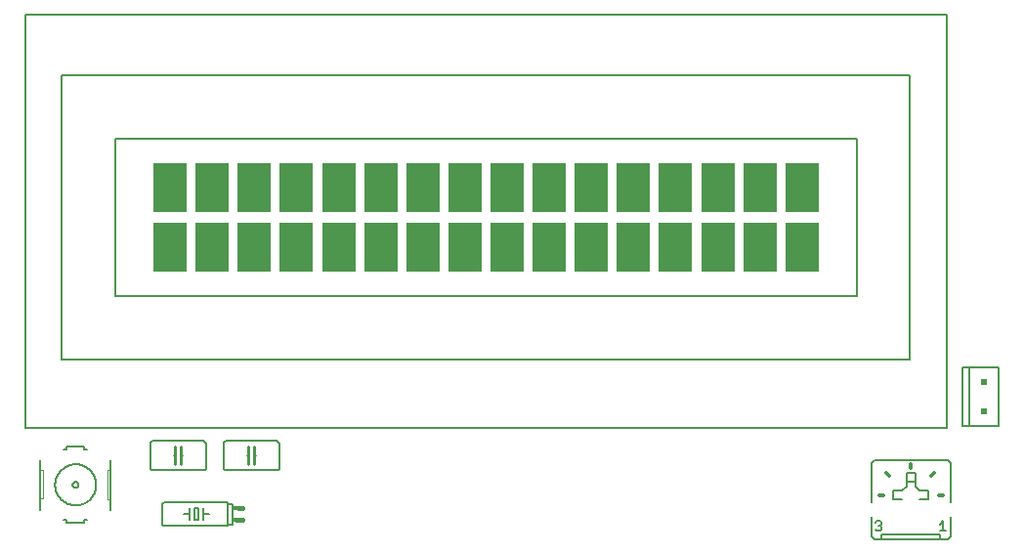
<source format=gto>
G75*
%MOIN*%
%OFA0B0*%
%FSLAX25Y25*%
%IPPOS*%
%LPD*%
%AMOC8*
5,1,8,0,0,1.08239X$1,22.5*
%
%ADD10C,0.00600*%
%ADD11C,0.01000*%
%ADD12C,0.00800*%
%ADD13R,0.11614X0.17126*%
%ADD14R,0.02000X0.02000*%
%ADD15C,0.01600*%
%ADD16R,0.02300X0.01600*%
%ADD17C,0.01200*%
%ADD18C,0.00500*%
%ADD19C,0.00200*%
D10*
X0054800Y0023300D02*
X0054800Y0027300D01*
X0054800Y0036800D01*
X0054800Y0040300D01*
X0062800Y0043800D02*
X0063800Y0043800D01*
X0063800Y0044800D01*
X0069800Y0044800D01*
X0069800Y0043800D01*
X0070800Y0043800D01*
X0078800Y0040300D02*
X0078800Y0036800D01*
X0078800Y0026800D01*
X0078800Y0023300D01*
X0070800Y0019800D02*
X0069800Y0019800D01*
X0069800Y0018800D01*
X0063800Y0018800D01*
X0063800Y0019800D01*
X0062800Y0019800D01*
X0065800Y0031800D02*
X0065802Y0031863D01*
X0065808Y0031925D01*
X0065818Y0031987D01*
X0065831Y0032049D01*
X0065849Y0032109D01*
X0065870Y0032168D01*
X0065895Y0032226D01*
X0065924Y0032282D01*
X0065956Y0032336D01*
X0065991Y0032388D01*
X0066029Y0032437D01*
X0066071Y0032485D01*
X0066115Y0032529D01*
X0066163Y0032571D01*
X0066212Y0032609D01*
X0066264Y0032644D01*
X0066318Y0032676D01*
X0066374Y0032705D01*
X0066432Y0032730D01*
X0066491Y0032751D01*
X0066551Y0032769D01*
X0066613Y0032782D01*
X0066675Y0032792D01*
X0066737Y0032798D01*
X0066800Y0032800D01*
X0066863Y0032798D01*
X0066925Y0032792D01*
X0066987Y0032782D01*
X0067049Y0032769D01*
X0067109Y0032751D01*
X0067168Y0032730D01*
X0067226Y0032705D01*
X0067282Y0032676D01*
X0067336Y0032644D01*
X0067388Y0032609D01*
X0067437Y0032571D01*
X0067485Y0032529D01*
X0067529Y0032485D01*
X0067571Y0032437D01*
X0067609Y0032388D01*
X0067644Y0032336D01*
X0067676Y0032282D01*
X0067705Y0032226D01*
X0067730Y0032168D01*
X0067751Y0032109D01*
X0067769Y0032049D01*
X0067782Y0031987D01*
X0067792Y0031925D01*
X0067798Y0031863D01*
X0067800Y0031800D01*
X0067798Y0031737D01*
X0067792Y0031675D01*
X0067782Y0031613D01*
X0067769Y0031551D01*
X0067751Y0031491D01*
X0067730Y0031432D01*
X0067705Y0031374D01*
X0067676Y0031318D01*
X0067644Y0031264D01*
X0067609Y0031212D01*
X0067571Y0031163D01*
X0067529Y0031115D01*
X0067485Y0031071D01*
X0067437Y0031029D01*
X0067388Y0030991D01*
X0067336Y0030956D01*
X0067282Y0030924D01*
X0067226Y0030895D01*
X0067168Y0030870D01*
X0067109Y0030849D01*
X0067049Y0030831D01*
X0066987Y0030818D01*
X0066925Y0030808D01*
X0066863Y0030802D01*
X0066800Y0030800D01*
X0066737Y0030802D01*
X0066675Y0030808D01*
X0066613Y0030818D01*
X0066551Y0030831D01*
X0066491Y0030849D01*
X0066432Y0030870D01*
X0066374Y0030895D01*
X0066318Y0030924D01*
X0066264Y0030956D01*
X0066212Y0030991D01*
X0066163Y0031029D01*
X0066115Y0031071D01*
X0066071Y0031115D01*
X0066029Y0031163D01*
X0065991Y0031212D01*
X0065956Y0031264D01*
X0065924Y0031318D01*
X0065895Y0031374D01*
X0065870Y0031432D01*
X0065849Y0031491D01*
X0065831Y0031551D01*
X0065818Y0031613D01*
X0065808Y0031675D01*
X0065802Y0031737D01*
X0065800Y0031800D01*
X0059800Y0031800D02*
X0059802Y0031972D01*
X0059808Y0032143D01*
X0059819Y0032315D01*
X0059834Y0032486D01*
X0059853Y0032657D01*
X0059876Y0032827D01*
X0059903Y0032997D01*
X0059935Y0033166D01*
X0059970Y0033334D01*
X0060010Y0033501D01*
X0060054Y0033667D01*
X0060101Y0033832D01*
X0060153Y0033996D01*
X0060209Y0034158D01*
X0060269Y0034319D01*
X0060333Y0034479D01*
X0060401Y0034637D01*
X0060472Y0034793D01*
X0060547Y0034947D01*
X0060627Y0035100D01*
X0060709Y0035250D01*
X0060796Y0035399D01*
X0060886Y0035545D01*
X0060980Y0035689D01*
X0061077Y0035831D01*
X0061178Y0035970D01*
X0061282Y0036107D01*
X0061389Y0036241D01*
X0061500Y0036372D01*
X0061613Y0036501D01*
X0061730Y0036627D01*
X0061850Y0036750D01*
X0061973Y0036870D01*
X0062099Y0036987D01*
X0062228Y0037100D01*
X0062359Y0037211D01*
X0062493Y0037318D01*
X0062630Y0037422D01*
X0062769Y0037523D01*
X0062911Y0037620D01*
X0063055Y0037714D01*
X0063201Y0037804D01*
X0063350Y0037891D01*
X0063500Y0037973D01*
X0063653Y0038053D01*
X0063807Y0038128D01*
X0063963Y0038199D01*
X0064121Y0038267D01*
X0064281Y0038331D01*
X0064442Y0038391D01*
X0064604Y0038447D01*
X0064768Y0038499D01*
X0064933Y0038546D01*
X0065099Y0038590D01*
X0065266Y0038630D01*
X0065434Y0038665D01*
X0065603Y0038697D01*
X0065773Y0038724D01*
X0065943Y0038747D01*
X0066114Y0038766D01*
X0066285Y0038781D01*
X0066457Y0038792D01*
X0066628Y0038798D01*
X0066800Y0038800D01*
X0066972Y0038798D01*
X0067143Y0038792D01*
X0067315Y0038781D01*
X0067486Y0038766D01*
X0067657Y0038747D01*
X0067827Y0038724D01*
X0067997Y0038697D01*
X0068166Y0038665D01*
X0068334Y0038630D01*
X0068501Y0038590D01*
X0068667Y0038546D01*
X0068832Y0038499D01*
X0068996Y0038447D01*
X0069158Y0038391D01*
X0069319Y0038331D01*
X0069479Y0038267D01*
X0069637Y0038199D01*
X0069793Y0038128D01*
X0069947Y0038053D01*
X0070100Y0037973D01*
X0070250Y0037891D01*
X0070399Y0037804D01*
X0070545Y0037714D01*
X0070689Y0037620D01*
X0070831Y0037523D01*
X0070970Y0037422D01*
X0071107Y0037318D01*
X0071241Y0037211D01*
X0071372Y0037100D01*
X0071501Y0036987D01*
X0071627Y0036870D01*
X0071750Y0036750D01*
X0071870Y0036627D01*
X0071987Y0036501D01*
X0072100Y0036372D01*
X0072211Y0036241D01*
X0072318Y0036107D01*
X0072422Y0035970D01*
X0072523Y0035831D01*
X0072620Y0035689D01*
X0072714Y0035545D01*
X0072804Y0035399D01*
X0072891Y0035250D01*
X0072973Y0035100D01*
X0073053Y0034947D01*
X0073128Y0034793D01*
X0073199Y0034637D01*
X0073267Y0034479D01*
X0073331Y0034319D01*
X0073391Y0034158D01*
X0073447Y0033996D01*
X0073499Y0033832D01*
X0073546Y0033667D01*
X0073590Y0033501D01*
X0073630Y0033334D01*
X0073665Y0033166D01*
X0073697Y0032997D01*
X0073724Y0032827D01*
X0073747Y0032657D01*
X0073766Y0032486D01*
X0073781Y0032315D01*
X0073792Y0032143D01*
X0073798Y0031972D01*
X0073800Y0031800D01*
X0073798Y0031628D01*
X0073792Y0031457D01*
X0073781Y0031285D01*
X0073766Y0031114D01*
X0073747Y0030943D01*
X0073724Y0030773D01*
X0073697Y0030603D01*
X0073665Y0030434D01*
X0073630Y0030266D01*
X0073590Y0030099D01*
X0073546Y0029933D01*
X0073499Y0029768D01*
X0073447Y0029604D01*
X0073391Y0029442D01*
X0073331Y0029281D01*
X0073267Y0029121D01*
X0073199Y0028963D01*
X0073128Y0028807D01*
X0073053Y0028653D01*
X0072973Y0028500D01*
X0072891Y0028350D01*
X0072804Y0028201D01*
X0072714Y0028055D01*
X0072620Y0027911D01*
X0072523Y0027769D01*
X0072422Y0027630D01*
X0072318Y0027493D01*
X0072211Y0027359D01*
X0072100Y0027228D01*
X0071987Y0027099D01*
X0071870Y0026973D01*
X0071750Y0026850D01*
X0071627Y0026730D01*
X0071501Y0026613D01*
X0071372Y0026500D01*
X0071241Y0026389D01*
X0071107Y0026282D01*
X0070970Y0026178D01*
X0070831Y0026077D01*
X0070689Y0025980D01*
X0070545Y0025886D01*
X0070399Y0025796D01*
X0070250Y0025709D01*
X0070100Y0025627D01*
X0069947Y0025547D01*
X0069793Y0025472D01*
X0069637Y0025401D01*
X0069479Y0025333D01*
X0069319Y0025269D01*
X0069158Y0025209D01*
X0068996Y0025153D01*
X0068832Y0025101D01*
X0068667Y0025054D01*
X0068501Y0025010D01*
X0068334Y0024970D01*
X0068166Y0024935D01*
X0067997Y0024903D01*
X0067827Y0024876D01*
X0067657Y0024853D01*
X0067486Y0024834D01*
X0067315Y0024819D01*
X0067143Y0024808D01*
X0066972Y0024802D01*
X0066800Y0024800D01*
X0066628Y0024802D01*
X0066457Y0024808D01*
X0066285Y0024819D01*
X0066114Y0024834D01*
X0065943Y0024853D01*
X0065773Y0024876D01*
X0065603Y0024903D01*
X0065434Y0024935D01*
X0065266Y0024970D01*
X0065099Y0025010D01*
X0064933Y0025054D01*
X0064768Y0025101D01*
X0064604Y0025153D01*
X0064442Y0025209D01*
X0064281Y0025269D01*
X0064121Y0025333D01*
X0063963Y0025401D01*
X0063807Y0025472D01*
X0063653Y0025547D01*
X0063500Y0025627D01*
X0063350Y0025709D01*
X0063201Y0025796D01*
X0063055Y0025886D01*
X0062911Y0025980D01*
X0062769Y0026077D01*
X0062630Y0026178D01*
X0062493Y0026282D01*
X0062359Y0026389D01*
X0062228Y0026500D01*
X0062099Y0026613D01*
X0061973Y0026730D01*
X0061850Y0026850D01*
X0061730Y0026973D01*
X0061613Y0027099D01*
X0061500Y0027228D01*
X0061389Y0027359D01*
X0061282Y0027493D01*
X0061178Y0027630D01*
X0061077Y0027769D01*
X0060980Y0027911D01*
X0060886Y0028055D01*
X0060796Y0028201D01*
X0060709Y0028350D01*
X0060627Y0028500D01*
X0060547Y0028653D01*
X0060472Y0028807D01*
X0060401Y0028963D01*
X0060333Y0029121D01*
X0060269Y0029281D01*
X0060209Y0029442D01*
X0060153Y0029604D01*
X0060101Y0029768D01*
X0060054Y0029933D01*
X0060010Y0030099D01*
X0059970Y0030266D01*
X0059935Y0030434D01*
X0059903Y0030603D01*
X0059876Y0030773D01*
X0059853Y0030943D01*
X0059834Y0031114D01*
X0059819Y0031285D01*
X0059808Y0031457D01*
X0059802Y0031628D01*
X0059800Y0031800D01*
X0092300Y0037800D02*
X0092300Y0045800D01*
X0092302Y0045860D01*
X0092307Y0045921D01*
X0092316Y0045980D01*
X0092329Y0046039D01*
X0092345Y0046098D01*
X0092365Y0046155D01*
X0092388Y0046210D01*
X0092415Y0046265D01*
X0092444Y0046317D01*
X0092477Y0046368D01*
X0092513Y0046417D01*
X0092551Y0046463D01*
X0092593Y0046507D01*
X0092637Y0046549D01*
X0092683Y0046587D01*
X0092732Y0046623D01*
X0092783Y0046656D01*
X0092835Y0046685D01*
X0092890Y0046712D01*
X0092945Y0046735D01*
X0093002Y0046755D01*
X0093061Y0046771D01*
X0093120Y0046784D01*
X0093179Y0046793D01*
X0093240Y0046798D01*
X0093300Y0046800D01*
X0110300Y0046800D01*
X0110360Y0046798D01*
X0110421Y0046793D01*
X0110480Y0046784D01*
X0110539Y0046771D01*
X0110598Y0046755D01*
X0110655Y0046735D01*
X0110710Y0046712D01*
X0110765Y0046685D01*
X0110817Y0046656D01*
X0110868Y0046623D01*
X0110917Y0046587D01*
X0110963Y0046549D01*
X0111007Y0046507D01*
X0111049Y0046463D01*
X0111087Y0046417D01*
X0111123Y0046368D01*
X0111156Y0046317D01*
X0111185Y0046265D01*
X0111212Y0046210D01*
X0111235Y0046155D01*
X0111255Y0046098D01*
X0111271Y0046039D01*
X0111284Y0045980D01*
X0111293Y0045921D01*
X0111298Y0045860D01*
X0111300Y0045800D01*
X0111300Y0037800D01*
X0111298Y0037740D01*
X0111293Y0037679D01*
X0111284Y0037620D01*
X0111271Y0037561D01*
X0111255Y0037502D01*
X0111235Y0037445D01*
X0111212Y0037390D01*
X0111185Y0037335D01*
X0111156Y0037283D01*
X0111123Y0037232D01*
X0111087Y0037183D01*
X0111049Y0037137D01*
X0111007Y0037093D01*
X0110963Y0037051D01*
X0110917Y0037013D01*
X0110868Y0036977D01*
X0110817Y0036944D01*
X0110765Y0036915D01*
X0110710Y0036888D01*
X0110655Y0036865D01*
X0110598Y0036845D01*
X0110539Y0036829D01*
X0110480Y0036816D01*
X0110421Y0036807D01*
X0110360Y0036802D01*
X0110300Y0036800D01*
X0093300Y0036800D01*
X0093240Y0036802D01*
X0093179Y0036807D01*
X0093120Y0036816D01*
X0093061Y0036829D01*
X0093002Y0036845D01*
X0092945Y0036865D01*
X0092890Y0036888D01*
X0092835Y0036915D01*
X0092783Y0036944D01*
X0092732Y0036977D01*
X0092683Y0037013D01*
X0092637Y0037051D01*
X0092593Y0037093D01*
X0092551Y0037137D01*
X0092513Y0037183D01*
X0092477Y0037232D01*
X0092444Y0037283D01*
X0092415Y0037335D01*
X0092388Y0037390D01*
X0092365Y0037445D01*
X0092345Y0037502D01*
X0092329Y0037561D01*
X0092316Y0037620D01*
X0092307Y0037679D01*
X0092302Y0037740D01*
X0092300Y0037800D01*
X0100300Y0041800D02*
X0100800Y0041800D01*
X0102800Y0041800D02*
X0103300Y0041800D01*
X0117300Y0045800D02*
X0117300Y0037800D01*
X0117302Y0037740D01*
X0117307Y0037679D01*
X0117316Y0037620D01*
X0117329Y0037561D01*
X0117345Y0037502D01*
X0117365Y0037445D01*
X0117388Y0037390D01*
X0117415Y0037335D01*
X0117444Y0037283D01*
X0117477Y0037232D01*
X0117513Y0037183D01*
X0117551Y0037137D01*
X0117593Y0037093D01*
X0117637Y0037051D01*
X0117683Y0037013D01*
X0117732Y0036977D01*
X0117783Y0036944D01*
X0117835Y0036915D01*
X0117890Y0036888D01*
X0117945Y0036865D01*
X0118002Y0036845D01*
X0118061Y0036829D01*
X0118120Y0036816D01*
X0118179Y0036807D01*
X0118240Y0036802D01*
X0118300Y0036800D01*
X0135300Y0036800D01*
X0135360Y0036802D01*
X0135421Y0036807D01*
X0135480Y0036816D01*
X0135539Y0036829D01*
X0135598Y0036845D01*
X0135655Y0036865D01*
X0135710Y0036888D01*
X0135765Y0036915D01*
X0135817Y0036944D01*
X0135868Y0036977D01*
X0135917Y0037013D01*
X0135963Y0037051D01*
X0136007Y0037093D01*
X0136049Y0037137D01*
X0136087Y0037183D01*
X0136123Y0037232D01*
X0136156Y0037283D01*
X0136185Y0037335D01*
X0136212Y0037390D01*
X0136235Y0037445D01*
X0136255Y0037502D01*
X0136271Y0037561D01*
X0136284Y0037620D01*
X0136293Y0037679D01*
X0136298Y0037740D01*
X0136300Y0037800D01*
X0136300Y0045800D01*
X0136298Y0045860D01*
X0136293Y0045921D01*
X0136284Y0045980D01*
X0136271Y0046039D01*
X0136255Y0046098D01*
X0136235Y0046155D01*
X0136212Y0046210D01*
X0136185Y0046265D01*
X0136156Y0046317D01*
X0136123Y0046368D01*
X0136087Y0046417D01*
X0136049Y0046463D01*
X0136007Y0046507D01*
X0135963Y0046549D01*
X0135917Y0046587D01*
X0135868Y0046623D01*
X0135817Y0046656D01*
X0135765Y0046685D01*
X0135710Y0046712D01*
X0135655Y0046735D01*
X0135598Y0046755D01*
X0135539Y0046771D01*
X0135480Y0046784D01*
X0135421Y0046793D01*
X0135360Y0046798D01*
X0135300Y0046800D01*
X0118300Y0046800D01*
X0118240Y0046798D01*
X0118179Y0046793D01*
X0118120Y0046784D01*
X0118061Y0046771D01*
X0118002Y0046755D01*
X0117945Y0046735D01*
X0117890Y0046712D01*
X0117835Y0046685D01*
X0117783Y0046656D01*
X0117732Y0046623D01*
X0117683Y0046587D01*
X0117637Y0046549D01*
X0117593Y0046507D01*
X0117551Y0046463D01*
X0117513Y0046417D01*
X0117477Y0046368D01*
X0117444Y0046317D01*
X0117415Y0046265D01*
X0117388Y0046210D01*
X0117365Y0046155D01*
X0117345Y0046098D01*
X0117329Y0046039D01*
X0117316Y0045980D01*
X0117307Y0045921D01*
X0117302Y0045860D01*
X0117300Y0045800D01*
X0125300Y0041800D02*
X0125800Y0041800D01*
X0127800Y0041800D02*
X0128300Y0041800D01*
X0120300Y0025300D02*
X0118800Y0025300D01*
X0118800Y0018300D01*
X0118800Y0017800D01*
X0097300Y0017800D01*
X0097240Y0017802D01*
X0097179Y0017807D01*
X0097120Y0017816D01*
X0097061Y0017829D01*
X0097002Y0017845D01*
X0096945Y0017865D01*
X0096890Y0017888D01*
X0096835Y0017915D01*
X0096783Y0017944D01*
X0096732Y0017977D01*
X0096683Y0018013D01*
X0096637Y0018051D01*
X0096593Y0018093D01*
X0096551Y0018137D01*
X0096513Y0018183D01*
X0096477Y0018232D01*
X0096444Y0018283D01*
X0096415Y0018335D01*
X0096388Y0018390D01*
X0096365Y0018445D01*
X0096345Y0018502D01*
X0096329Y0018561D01*
X0096316Y0018620D01*
X0096307Y0018679D01*
X0096302Y0018740D01*
X0096300Y0018800D01*
X0096300Y0024800D01*
X0096302Y0024860D01*
X0096307Y0024921D01*
X0096316Y0024980D01*
X0096329Y0025039D01*
X0096345Y0025098D01*
X0096365Y0025155D01*
X0096388Y0025210D01*
X0096415Y0025265D01*
X0096444Y0025317D01*
X0096477Y0025368D01*
X0096513Y0025417D01*
X0096551Y0025463D01*
X0096593Y0025507D01*
X0096637Y0025549D01*
X0096683Y0025587D01*
X0096732Y0025623D01*
X0096783Y0025656D01*
X0096835Y0025685D01*
X0096890Y0025712D01*
X0096945Y0025735D01*
X0097002Y0025755D01*
X0097061Y0025771D01*
X0097120Y0025784D01*
X0097179Y0025793D01*
X0097240Y0025798D01*
X0097300Y0025800D01*
X0118800Y0025800D01*
X0118800Y0025300D01*
X0120300Y0025300D02*
X0120300Y0018300D01*
X0118800Y0018300D01*
X0112300Y0021800D02*
X0110300Y0021800D01*
X0110300Y0023800D01*
X0108800Y0023800D02*
X0107300Y0023800D01*
X0107300Y0019800D01*
X0108800Y0019800D01*
X0108800Y0023800D01*
X0110300Y0021800D02*
X0110300Y0019800D01*
X0105800Y0019800D02*
X0105800Y0021800D01*
X0105800Y0023800D01*
X0105800Y0021800D02*
X0103800Y0021800D01*
X0338300Y0020800D02*
X0338300Y0014300D01*
X0339300Y0013300D01*
X0341800Y0013300D01*
X0364300Y0013300D01*
X0365300Y0014300D01*
X0365300Y0020800D01*
X0365300Y0025800D02*
X0365300Y0039300D01*
X0364300Y0040300D01*
X0339300Y0040300D01*
X0338300Y0039300D01*
X0338300Y0025800D01*
X0345800Y0026800D02*
X0345800Y0029800D01*
X0348800Y0029800D01*
X0350300Y0031300D01*
X0350300Y0032800D01*
X0353300Y0032800D01*
X0353300Y0035800D01*
X0350300Y0035800D01*
X0350300Y0032800D01*
X0353300Y0032800D02*
X0353300Y0031300D01*
X0354800Y0029800D01*
X0357800Y0029800D01*
X0357800Y0026800D01*
X0354800Y0026800D01*
X0348800Y0026800D02*
X0345800Y0026800D01*
X0341800Y0014800D02*
X0361800Y0014800D01*
X0361800Y0013300D01*
X0341800Y0013300D02*
X0341800Y0014800D01*
X0369300Y0051800D02*
X0369300Y0071800D01*
X0371800Y0071800D01*
X0381800Y0071800D01*
X0381800Y0051800D01*
X0371800Y0051800D01*
X0369300Y0051800D01*
X0371800Y0051800D02*
X0371800Y0071800D01*
D11*
X0127800Y0044800D02*
X0127800Y0041800D01*
X0127800Y0038800D01*
X0125800Y0038800D02*
X0125800Y0041800D01*
X0125800Y0044800D01*
X0102800Y0044800D02*
X0102800Y0041800D01*
X0102800Y0038800D01*
X0100800Y0038800D02*
X0100800Y0041800D01*
X0100800Y0044800D01*
D12*
X0049713Y0051328D02*
X0049713Y0192272D01*
X0363887Y0192272D01*
X0363887Y0051328D01*
X0049713Y0051328D01*
X0062115Y0074556D02*
X0062115Y0171406D01*
X0351485Y0171406D01*
X0351485Y0074556D01*
X0062115Y0074556D01*
X0080225Y0096209D02*
X0080225Y0149753D01*
X0333375Y0149753D01*
X0333375Y0096209D01*
X0080225Y0096209D01*
D13*
X0099024Y0112843D03*
X0113394Y0112843D03*
X0127765Y0112843D03*
X0142135Y0112843D03*
X0156505Y0112843D03*
X0170875Y0112843D03*
X0185245Y0112843D03*
X0199615Y0112843D03*
X0213985Y0112843D03*
X0228355Y0112843D03*
X0242725Y0112843D03*
X0257095Y0112843D03*
X0271465Y0112843D03*
X0285835Y0112843D03*
X0300206Y0112843D03*
X0314576Y0112843D03*
X0314576Y0133119D03*
X0300206Y0133119D03*
X0285835Y0133119D03*
X0271465Y0133119D03*
X0257095Y0133119D03*
X0242725Y0133119D03*
X0228355Y0133119D03*
X0213985Y0133119D03*
X0199615Y0133119D03*
X0185245Y0133119D03*
X0170875Y0133119D03*
X0156505Y0133119D03*
X0142135Y0133119D03*
X0127765Y0133119D03*
X0113394Y0133119D03*
X0099024Y0133119D03*
D14*
X0376800Y0066800D03*
X0376800Y0056800D03*
D15*
X0123800Y0023800D02*
X0122300Y0023800D01*
X0121800Y0019800D02*
X0123800Y0019800D01*
D16*
X0121650Y0019800D03*
X0121650Y0023800D03*
D17*
X0340900Y0028300D02*
X0342400Y0028300D01*
X0344300Y0034800D02*
X0343300Y0035800D01*
X0351800Y0037500D02*
X0351800Y0039000D01*
X0358800Y0034800D02*
X0359800Y0035800D01*
X0361200Y0028300D02*
X0362700Y0028300D01*
D18*
X0362684Y0019453D02*
X0362684Y0016050D01*
X0361550Y0016050D02*
X0363819Y0016050D01*
X0361550Y0018319D02*
X0362684Y0019453D01*
X0341819Y0018886D02*
X0341819Y0018319D01*
X0341251Y0017751D01*
X0341819Y0017184D01*
X0341819Y0016617D01*
X0341251Y0016050D01*
X0340117Y0016050D01*
X0339550Y0016617D01*
X0340684Y0017751D02*
X0341251Y0017751D01*
X0341819Y0018886D02*
X0341251Y0019453D01*
X0340117Y0019453D01*
X0339550Y0018886D01*
D19*
X0078800Y0026800D02*
X0077800Y0026800D01*
X0077800Y0036800D01*
X0078800Y0036800D01*
X0055800Y0036800D02*
X0055800Y0027300D01*
X0054800Y0027300D01*
X0054800Y0036800D02*
X0055800Y0036800D01*
M02*

</source>
